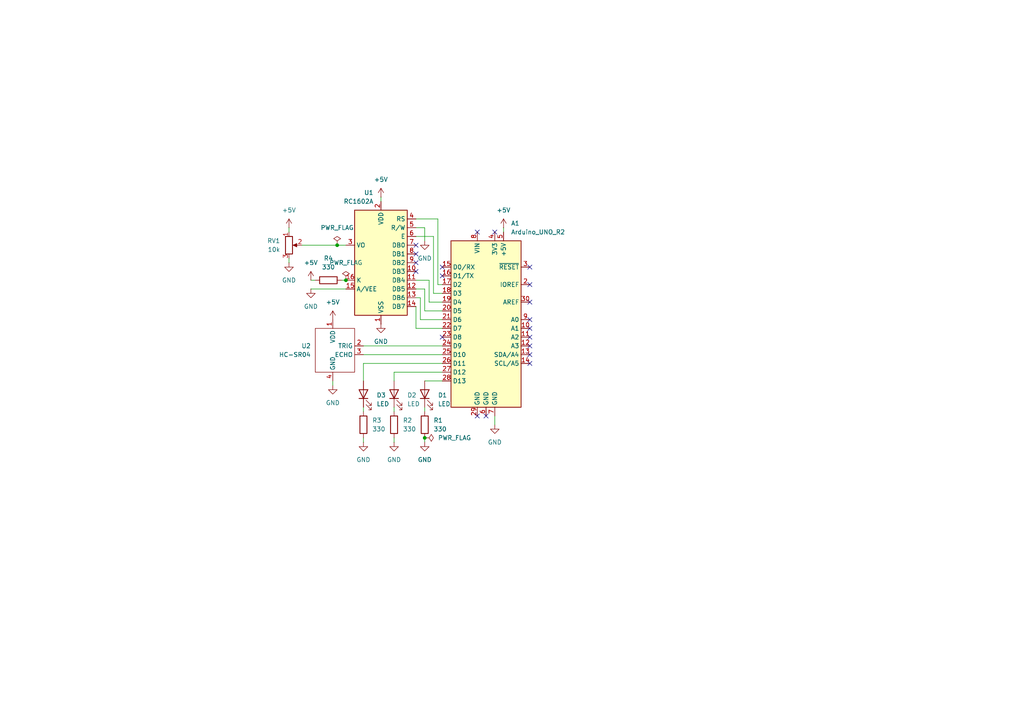
<source format=kicad_sch>
(kicad_sch (version 20250114) (generator "eeschema") (generator_version "9.0")
  (paper "A4")
  (lib_symbols
    (symbol "Device:LED" (pin_numbers (hide yes)) (pin_names (offset 1.016) (hide yes))
      (property "Reference" "D" (at 0 2.54 0))
      (property "Value" "LED" (at 0 -2.54 0))
      (symbol "LED_0_1"
        (polyline (pts (xy -3.048 -0.762) (xy -4.572 -2.286) (xy -3.81 -2.286) (xy -4.572 -2.286) (xy -4.572 -1.524)))
        (polyline (pts (xy -1.778 -0.762) (xy -3.302 -2.286) (xy -2.54 -2.286) (xy -3.302 -2.286) (xy -3.302 -1.524)))
        (polyline (pts (xy -1.27 0) (xy 1.27 0)))
        (polyline (pts (xy -1.27 -1.27) (xy -1.27 1.27)) (stroke (width 0.254)))
        (polyline (pts (xy 1.27 -1.27) (xy 1.27 1.27) (xy -1.27 0) (xy 1.27 -1.27)) (stroke (width 0.254)))
      )
      (symbol "LED_1_1"
        (pin passive line (at -3.81 0 0) (length 2.54) (name "K") (number "1"))
        (pin passive line (at 3.81 0 180) (length 2.54) (name "A") (number "2"))
      )
    )
    (symbol "Device:R" (pin_numbers (hide yes)) (pin_names (offset 0))
      (property "Reference" "R" (at 2.032 0 90))
      (property "Value" "R" (at 0 0 90))
      (symbol "R_0_1"
        (rectangle (start -1.016 -2.54) (end 1.016 2.54) (stroke (width 0.254)))
      )
      (symbol "R_1_1"
        (pin passive line (at 0 3.81 270) (length 1.27) (name "~") (number "1"))
        (pin passive line (at 0 -3.81 90) (length 1.27) (name "~") (number "2"))
      )
    )
    (symbol "Device:R_Potentiometer" (pin_names (offset 1.016) (hide yes))
      (property "Reference" "RV" (at -4.445 0 90))
      (property "Value" "R_Potentiometer" (at -2.54 0 90))
      (symbol "R_Potentiometer_0_1"
        (rectangle (start 1.016 2.54) (end -1.016 -2.54) (stroke (width 0.254)))
        (polyline (pts (xy 1.143 0) (xy 2.286 0.508) (xy 2.286 -0.508) (xy 1.143 0)) (fill (type outline)))
        (polyline (pts (xy 2.54 0) (xy 1.524 0)))
      )
      (symbol "R_Potentiometer_1_1"
        (pin passive line (at 0 3.81 270) (length 1.27) (name "1") (number "1"))
        (pin passive line (at 0 -3.81 90) (length 1.27) (name "3") (number "3"))
        (pin passive line (at 3.81 0 180) (length 1.27) (name "2") (number "2"))
      )
    )
    (symbol "Display_Character:RC1602A"
      (property "Reference" "U" (at -6.35 16.51 0))
      (property "Value" "RC1602A" (at 2.794 16.51 0))
      (symbol "RC1602A_0_1"
        (rectangle (start -7.62 15.24) (end 7.62 -15.24) (stroke (width 0.254)) (fill (type background)))
      )
      (symbol "RC1602A_1_1"
        (pin input line (at -10.16 12.7 0) (length 2.54) (name "RS") (number "4"))
        (pin input line (at -10.16 10.16 0) (length 2.54) (name "R/W") (number "5"))
        (pin input line (at -10.16 7.62 0) (length 2.54) (name "E") (number "6"))
        (pin bidirectional line (at -10.16 5.08 0) (length 2.54) (name "DB0") (number "7"))
        (pin bidirectional line (at -10.16 2.54 0) (length 2.54) (name "DB1") (number "8"))
        (pin bidirectional line (at -10.16 0 0) (length 2.54) (name "DB2") (number "9"))
        (pin bidirectional line (at -10.16 -2.54 0) (length 2.54) (name "DB3") (number "10"))
        (pin bidirectional line (at -10.16 -5.08 0) (length 2.54) (name "DB4") (number "11"))
        (pin bidirectional line (at -10.16 -7.62 0) (length 2.54) (name "DB5") (number "12"))
        (pin bidirectional line (at -10.16 -10.16 0) (length 2.54) (name "DB6") (number "13"))
        (pin bidirectional line (at -10.16 -12.7 0) (length 2.54) (name "DB7") (number "14"))
        (pin power_in line (at 0 17.78 270) (length 2.54) (name "VDD") (number "2"))
        (pin power_in line (at 0 -17.78 90) (length 2.54) (name "VSS") (number "1"))
        (pin power_in line (at 10.16 5.08 180) (length 2.54) (name "VO") (number "3"))
        (pin power_in line (at 10.16 -5.08 180) (length 2.54) (name "K") (number "16"))
        (pin power_in line (at 10.16 -7.62 180) (length 2.54) (name "A/VEE") (number "15"))
      )
    )
    (symbol "MCU_Module:Arduino_UNO_R2"
      (property "Reference" "A" (at -10.16 23.495 0))
      (property "Value" "Arduino_UNO_R2" (at 5.08 -26.67 0))
      (symbol "Arduino_UNO_R2_0_1"
        (rectangle (start -10.16 22.86) (end 10.16 -25.4) (stroke (width 0.254)) (fill (type background)))
      )
      (symbol "Arduino_UNO_R2_1_1"
        (pin bidirectional line (at -12.7 15.24 0) (length 2.54) (name "D0/RX") (number "15"))
        (pin bidirectional line (at -12.7 12.7 0) (length 2.54) (name "D1/TX") (number "16"))
        (pin bidirectional line (at -12.7 10.16 0) (length 2.54) (name "D2") (number "17"))
        (pin bidirectional line (at -12.7 7.62 0) (length 2.54) (name "D3") (number "18"))
        (pin bidirectional line (at -12.7 5.08 0) (length 2.54) (name "D4") (number "19"))
        (pin bidirectional line (at -12.7 2.54 0) (length 2.54) (name "D5") (number "20"))
        (pin bidirectional line (at -12.7 0 0) (length 2.54) (name "D6") (number "21"))
        (pin bidirectional line (at -12.7 -2.54 0) (length 2.54) (name "D7") (number "22"))
        (pin bidirectional line (at -12.7 -5.08 0) (length 2.54) (name "D8") (number "23"))
        (pin bidirectional line (at -12.7 -7.62 0) (length 2.54) (name "D9") (number "24"))
        (pin bidirectional line (at -12.7 -10.16 0) (length 2.54) (name "D10") (number "25"))
        (pin bidirectional line (at -12.7 -12.7 0) (length 2.54) (name "D11") (number "26"))
        (pin bidirectional line (at -12.7 -15.24 0) (length 2.54) (name "D12") (number "27"))
        (pin bidirectional line (at -12.7 -17.78 0) (length 2.54) (name "D13") (number "28"))
        (pin no_connect line (at -10.16 -20.32 0) (length 2.54) (hide yes) (name "NC") (number "1"))
        (pin power_in line (at -2.54 25.4 270) (length 2.54) (name "VIN") (number "8"))
        (pin power_in line (at -2.54 -27.94 90) (length 2.54) (name "GND") (number "29"))
        (pin power_in line (at 0 -27.94 90) (length 2.54) (name "GND") (number "6"))
        (pin power_out line (at 2.54 25.4 270) (length 2.54) (name "3V3") (number "4"))
        (pin power_in line (at 2.54 -27.94 90) (length 2.54) (name "GND") (number "7"))
        (pin power_out line (at 5.08 25.4 270) (length 2.54) (name "+5V") (number "5"))
        (pin input line (at 12.7 15.24 180) (length 2.54) (name "~{RESET}") (number "3"))
        (pin output line (at 12.7 10.16 180) (length 2.54) (name "IOREF") (number "2"))
        (pin input line (at 12.7 5.08 180) (length 2.54) (name "AREF") (number "30"))
        (pin bidirectional line (at 12.7 0 180) (length 2.54) (name "A0") (number "9"))
        (pin bidirectional line (at 12.7 -2.54 180) (length 2.54) (name "A1") (number "10"))
        (pin bidirectional line (at 12.7 -5.08 180) (length 2.54) (name "A2") (number "11"))
        (pin bidirectional line (at 12.7 -7.62 180) (length 2.54) (name "A3") (number "12"))
        (pin bidirectional line (at 12.7 -10.16 180) (length 2.54) (name "SDA/A4") (number "13"))
        (pin bidirectional line (at 12.7 -12.7 180) (length 2.54) (name "SCL/A5") (number "14"))
      )
    )
    (symbol "power:+5V" (power) (pin_numbers (hide yes)) (pin_names (offset 0) (hide yes))
      (property "Value" "+5V" (at 0 3.556 0))
      (symbol "+5V_0_1"
        (polyline (pts (xy -0.762 1.27) (xy 0 2.54)))
        (polyline (pts (xy 0 2.54) (xy 0.762 1.27)))
        (polyline (pts (xy 0 0) (xy 0 2.54)))
      )
      (symbol "+5V_1_1"
        (pin power_in line (at 0 0 90) (length 0) (name "~") (number "1"))
      )
    )
    (symbol "power:GND" (power) (pin_numbers (hide yes)) (pin_names (offset 0) (hide yes))
      (property "Value" "GND" (at 0 -3.81 0))
      (symbol "GND_0_1"
        (polyline (pts (xy 0 0) (xy 0 -1.27) (xy 1.27 -1.27) (xy 0 -2.54) (xy -1.27 -1.27) (xy 0 -1.27)))
      )
      (symbol "GND_1_1"
        (pin power_in line (at 0 0 270) (length 0) (name "~") (number "1"))
      )
    )
    (symbol "power:PWR_FLAG" (power) (pin_numbers (hide yes)) (pin_names (offset 0) (hide yes))
      (property "Value" "PWR_FLAG" (at 0 3.81 0))
      (symbol "PWR_FLAG_0_0"
        (pin power_out line (at 0 0 90) (length 0) (name "~") (number "1"))
      )
      (symbol "PWR_FLAG_0_1"
        (polyline (pts (xy 0 0) (xy 0 1.27) (xy -1.016 1.905) (xy 0 2.54) (xy 1.016 1.905) (xy 0 1.27)))
      )
    )
    (symbol "sensor:hc-sr04"
      (property "Reference" "U" (at 0 0 0))
      (property "Value" "HC-SR04" (at 10.414 0 0))
      (symbol "hc-sr04_0_1"
        (rectangle (start -6.35 6.35) (end 5.08 -6.35))
      )
      (symbol "hc-sr04_1_1"
        (pin output line (at -8.89 1.27 0) (length 2.54) (name "TRIG") (number "2"))
        (pin input line (at -8.89 -1.27 0) (length 2.54) (name "ECHO") (number "3"))
        (pin power_in line (at 0 8.89 270) (length 2.54) (name "VDD") (number "1"))
        (pin power_in line (at 0 -8.89 90) (length 2.54) (name "GND") (number "4"))
      )
    )
  )
  (junction (at 123.19 127))
  (junction (at 100.33 81.28))
  (junction (at 97.79 71.12))
  (no_connect (at 128.27 77.47))
  (no_connect (at 153.67 87.63))
  (no_connect (at 153.67 77.47))
  (no_connect (at 120.65 76.2))
  (no_connect (at 153.67 100.33))
  (no_connect (at 153.67 95.25))
  (no_connect (at 120.65 78.74))
  (no_connect (at 120.65 71.12))
  (no_connect (at 143.51 67.31))
  (no_connect (at 120.65 73.66))
  (no_connect (at 128.27 80.01))
  (no_connect (at 153.67 97.79))
  (no_connect (at 153.67 92.71))
  (no_connect (at 138.43 67.31))
  (no_connect (at 153.67 82.55))
  (no_connect (at 140.97 120.65))
  (no_connect (at 153.67 105.41))
  (no_connect (at 153.67 102.87))
  (no_connect (at 128.27 97.79))
  (no_connect (at 138.43 120.65))
  (wire (pts (xy 120.65 81.28) (xy 124.46 81.28)))
  (wire (pts (xy 90.17 83.82) (xy 100.33 83.82)))
  (wire (pts (xy 114.3 118.11) (xy 114.3 119.38)))
  (wire (pts (xy 120.65 83.82) (xy 123.19 83.82)))
  (wire (pts (xy 120.65 68.58) (xy 125.73 68.58)))
  (wire (pts (xy 110.49 57.15) (xy 110.49 58.42)))
  (wire (pts (xy 96.52 110.49) (xy 96.52 111.76)))
  (wire (pts (xy 105.41 110.49) (xy 105.41 105.41)))
  (wire (pts (xy 105.41 100.33) (xy 128.27 100.33)))
  (wire (pts (xy 121.92 92.71) (xy 121.92 86.36)))
  (wire (pts (xy 87.63 71.12) (xy 97.79 71.12)))
  (wire (pts (xy 123.19 90.17) (xy 128.27 90.17)))
  (wire (pts (xy 120.65 95.25) (xy 128.27 95.25)))
  (wire (pts (xy 97.79 71.12) (xy 100.33 71.12)))
  (wire (pts (xy 146.05 66.04) (xy 146.05 67.31)))
  (wire (pts (xy 105.41 105.41) (xy 128.27 105.41)))
  (wire (pts (xy 123.19 110.49) (xy 128.27 110.49)))
  (wire (pts (xy 125.73 68.58) (xy 125.73 85.09)))
  (wire (pts (xy 114.3 127) (xy 114.3 128.27)))
  (wire (pts (xy 105.41 127) (xy 105.41 128.27)))
  (wire (pts (xy 114.3 107.95) (xy 128.27 107.95)))
  (wire (pts (xy 120.65 86.36) (xy 121.92 86.36)))
  (wire (pts (xy 123.19 118.11) (xy 123.19 119.38)))
  (wire (pts (xy 83.82 74.93) (xy 83.82 76.2)))
  (wire (pts (xy 105.41 102.87) (xy 128.27 102.87)))
  (wire (pts (xy 127 63.5) (xy 127 82.55)))
  (wire (pts (xy 123.19 83.82) (xy 123.19 90.17)))
  (wire (pts (xy 143.51 120.65) (xy 143.51 123.19)))
  (wire (pts (xy 124.46 87.63) (xy 124.46 81.28)))
  (wire (pts (xy 123.19 66.04) (xy 123.19 69.85)))
  (wire (pts (xy 83.82 66.04) (xy 83.82 67.31)))
  (wire (pts (xy 105.41 118.11) (xy 105.41 119.38)))
  (wire (pts (xy 120.65 63.5) (xy 127 63.5)))
  (wire (pts (xy 114.3 110.49) (xy 114.3 107.95)))
  (wire (pts (xy 123.19 127) (xy 123.19 128.27)))
  (wire (pts (xy 128.27 92.71) (xy 121.92 92.71)))
  (wire (pts (xy 120.65 66.04) (xy 123.19 66.04)))
  (wire (pts (xy 125.73 85.09) (xy 128.27 85.09)))
  (wire (pts (xy 90.17 81.28) (xy 91.44 81.28)))
  (wire (pts (xy 127 82.55) (xy 128.27 82.55)))
  (wire (pts (xy 128.27 87.63) (xy 124.46 87.63)))
  (wire (pts (xy 99.06 81.28) (xy 100.33 81.28)))
  (wire (pts (xy 120.65 88.9) (xy 120.65 95.25)))
  (symbol (lib_id "Device:R_Potentiometer") (at 83.82 71.12 0) (unit 1)
    (property "Reference" "RV1" (at 81.28 69.8499 0) (effects (justify right)))
    (property "Value" "10k" (at 81.28 72.3899 0) (effects (justify right)))
    (property "Description" "Potentiometer" (effects (hide yes)))
  )
  (symbol (lib_id "sensor:hc-sr04") (at 96.52 101.6 0) (mirror y) (unit 1)
    (property "Reference" "U2" (at 90.17 100.3299 0) (effects (justify left)))
    (property "Value" "HC-SR04" (at 90.17 102.8699 0) (effects (justify left)))
  )
  (symbol (lib_id "Device:R") (at 105.41 123.19 0) (unit 1)
    (property "Reference" "R3" (at 107.95 121.9199 0) (effects (justify left)))
    (property "Value" "330" (at 107.95 124.4599 0) (effects (justify left)))
    (property "Description" "Resistor" (effects (hide yes)))
  )
  (symbol (lib_id "MCU_Module:Arduino_UNO_R2") (at 140.97 92.71 0) (unit 1)
    (property "Reference" "A1" (at 148.1933 64.77 0) (effects (justify left)))
    (property "Value" "Arduino_UNO_R2" (at 148.1933 67.31 0) (effects (justify left)))
    (property "Footprint" "Module:Arduino_UNO_R2" (effects (hide yes)))
    (property "Datasheet" "https://www.arduino.cc/en/Main/arduinoBoardUno" (effects (hide yes)))
    (property "Description" "Arduino UNO Microcontroller Module, release 2" (effects (hide yes)))
  )
  (symbol (lib_id "power:PWR_FLAG") (at 100.33 81.28 0) (unit 1)
    (property "Reference" "#FLG01" (effects (hide yes)))
    (property "Value" "PWR_FLAG" (at 100.33 76.2 0))
    (property "Description" "Special symbol for telling ERC where power comes from" (effects (hide yes)))
  )
  (symbol (lib_id "power:+5V") (at 146.05 66.04 0) (unit 1)
    (property "Reference" "#PWR07" (effects (hide yes)))
    (property "Value" "+5V" (at 146.05 60.96 0))
    (property "Description" "Power symbol creates a global label with name \"+5V\"" (effects (hide yes)))
  )
  (symbol (lib_id "power:GND") (at 143.51 123.19 0) (unit 1)
    (property "Reference" "#PWR02" (effects (hide yes)))
    (property "Value" "GND" (at 143.51 128.27 0))
    (property "Description" "Power symbol creates a global label with name \"GND\" , ground" (effects (hide yes)))
  )
  (symbol (lib_id "Device:LED") (at 105.41 114.3 90) (unit 1)
    (property "Reference" "D3" (at 109.22 114.6174 90) (effects (justify right)))
    (property "Value" "LED" (at 109.22 117.1574 90) (effects (justify right)))
    (property "Description" "Light emitting diode" (effects (hide yes)))
    (property "Sim.Pins" "1=K 2=A" (effects (hide yes)))
  )
  (symbol (lib_id "Device:R") (at 95.25 81.28 90) (unit 1)
    (property "Reference" "R4" (at 95.25 74.93 90))
    (property "Value" "330" (at 95.25 77.47 90))
    (property "Description" "Resistor" (effects (hide yes)))
  )
  (symbol (lib_id "power:+5V") (at 110.49 57.15 0) (unit 1)
    (property "Reference" "#PWR09" (effects (hide yes)))
    (property "Value" "+5V" (at 110.49 52.07 0))
    (property "Description" "Power symbol creates a global label with name \"+5V\"" (effects (hide yes)))
  )
  (symbol (lib_id "power:+5V") (at 90.17 81.28 0) (unit 1)
    (property "Reference" "#PWR012" (effects (hide yes)))
    (property "Value" "+5V" (at 90.17 76.2 0))
    (property "Description" "Power symbol creates a global label with name \"+5V\"" (effects (hide yes)))
  )
  (symbol (lib_id "power:GND") (at 96.52 111.76 0) (unit 1)
    (property "Reference" "#PWR05" (effects (hide yes)))
    (property "Value" "GND" (at 96.52 116.84 0))
    (property "Description" "Power symbol creates a global label with name \"GND\" , ground" (effects (hide yes)))
  )
  (symbol (lib_id "power:GND") (at 123.19 128.27 0) (unit 1)
    (property "Reference" "#PWR01" (effects (hide yes)))
    (property "Value" "GND" (at 123.19 133.35 0))
    (property "Description" "Power symbol creates a global label with name \"GND\" , ground" (effects (hide yes)))
  )
  (symbol (lib_id "power:+5V") (at 96.52 92.71 0) (unit 1)
    (property "Reference" "#PWR08" (effects (hide yes)))
    (property "Value" "+5V" (at 96.52 87.63 0))
    (property "Description" "Power symbol creates a global label with name \"+5V\"" (effects (hide yes)))
  )
  (symbol (lib_id "power:PWR_FLAG") (at 97.79 71.12 0) (unit 1)
    (property "Reference" "#FLG03" (effects (hide yes)))
    (property "Value" "PWR_FLAG" (at 97.79 66.04 0))
    (property "Description" "Special symbol for telling ERC where power comes from" (effects (hide yes)))
  )
  (symbol (lib_id "power:GND") (at 114.3 128.27 0) (unit 1)
    (property "Reference" "#PWR03" (effects (hide yes)))
    (property "Value" "GND" (at 114.3 133.35 0))
    (property "Description" "Power symbol creates a global label with name \"GND\" , ground" (effects (hide yes)))
  )
  (symbol (lib_id "Device:LED") (at 114.3 114.3 90) (unit 1)
    (property "Reference" "D2" (at 118.11 114.6174 90) (effects (justify right)))
    (property "Value" "LED" (at 118.11 117.1574 90) (effects (justify right)))
    (property "Description" "Light emitting diode" (effects (hide yes)))
    (property "Sim.Pins" "1=K 2=A" (effects (hide yes)))
  )
  (symbol (lib_id "power:GND") (at 110.49 93.98 0) (unit 1)
    (property "Reference" "#PWR06" (effects (hide yes)))
    (property "Value" "GND" (at 110.49 99.06 0))
    (property "Description" "Power symbol creates a global label with name \"GND\" , ground" (effects (hide yes)))
  )
  (symbol (lib_id "Display_Character:RC1602A") (at 110.49 76.2 0) (mirror y) (unit 1)
    (property "Reference" "U1" (at 108.3467 55.88 0) (effects (justify left)))
    (property "Value" "RC1602A" (at 108.3467 58.42 0) (effects (justify left)))
    (property "Footprint" "Display:RC1602A" (effects (hide yes)))
    (property "Datasheet" "http://www.raystar-optronics.com/down.php?ProID=18" (effects (hide yes)))
    (property "Description" "LCD 16x2 Alphanumeric gray backlight, 3 or 5V VDD" (effects (hide yes)))
  )
  (symbol (lib_id "power:GND") (at 123.19 69.85 0) (unit 1)
    (property "Reference" "#PWR010" (effects (hide yes)))
    (property "Value" "GND" (at 123.19 74.93 0))
    (property "Description" "Power symbol creates a global label with name \"GND\" , ground" (effects (hide yes)))
  )
  (symbol (lib_id "power:+5V") (at 83.82 66.04 0) (unit 1)
    (property "Reference" "#PWR013" (effects (hide yes)))
    (property "Value" "+5V" (at 83.82 60.96 0))
    (property "Description" "Power symbol creates a global label with name \"+5V\"" (effects (hide yes)))
  )
  (symbol (lib_id "power:GND") (at 90.17 83.82 0) (unit 1)
    (property "Reference" "#PWR011" (effects (hide yes)))
    (property "Value" "GND" (at 90.17 88.9 0))
    (property "Description" "Power symbol creates a global label with name \"GND\" , ground" (effects (hide yes)))
  )
  (symbol (lib_id "Device:R") (at 114.3 123.19 0) (unit 1)
    (property "Reference" "R2" (at 116.84 121.9199 0) (effects (justify left)))
    (property "Value" "330" (at 116.84 124.4599 0) (effects (justify left)))
    (property "Description" "Resistor" (effects (hide yes)))
  )
  (symbol (lib_id "power:PWR_FLAG") (at 123.19 127 270) (unit 1)
    (property "Reference" "#FLG02" (effects (hide yes)))
    (property "Value" "PWR_FLAG" (at 127 126.9999 90) (effects (justify left)))
    (property "Description" "Special symbol for telling ERC where power comes from" (effects (hide yes)))
  )
  (symbol (lib_id "Device:R") (at 123.19 123.19 0) (unit 1)
    (property "Reference" "R1" (at 125.73 121.9199 0) (effects (justify left)))
    (property "Value" "330" (at 125.73 124.4599 0) (effects (justify left)))
    (property "Description" "Resistor" (effects (hide yes)))
  )
  (symbol (lib_id "power:GND") (at 105.41 128.27 0) (unit 1)
    (property "Reference" "#PWR04" (effects (hide yes)))
    (property "Value" "GND" (at 105.41 133.35 0))
    (property "Description" "Power symbol creates a global label with name \"GND\" , ground" (effects (hide yes)))
  )
  (symbol (lib_id "Device:LED") (at 123.19 114.3 90) (unit 1)
    (property "Reference" "D1" (at 127 114.6174 90) (effects (justify right)))
    (property "Value" "LED" (at 127 117.1574 90) (effects (justify right)))
    (property "Description" "Light emitting diode" (effects (hide yes)))
    (property "Sim.Pins" "1=K 2=A" (effects (hide yes)))
  )
  (symbol (lib_id "power:GND") (at 83.82 76.2 0) (unit 1)
    (property "Reference" "#PWR014" (effects (hide yes)))
    (property "Value" "GND" (at 83.82 81.28 0))
    (property "Description" "Power symbol creates a global label with name \"GND\" , ground" (effects (hide yes)))
  )
)
</source>
